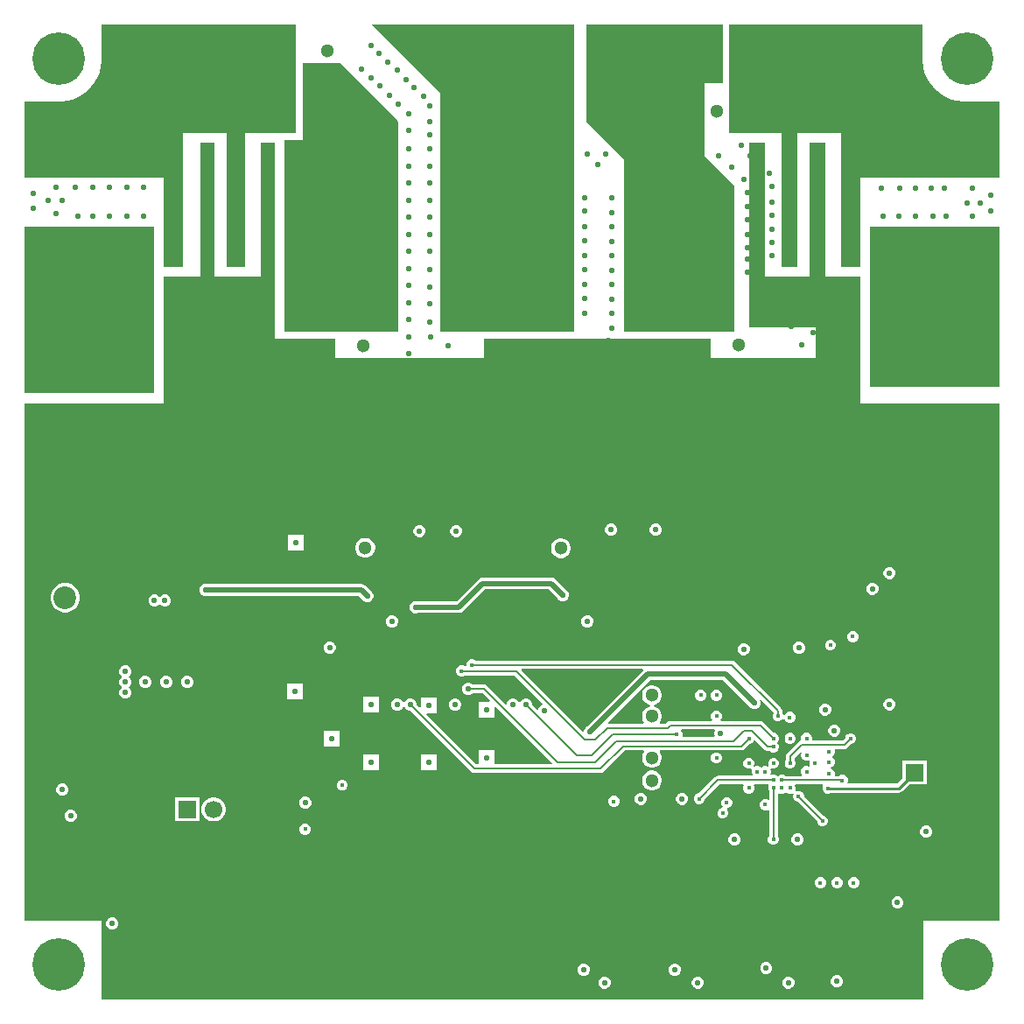
<source format=gbl>
G04*
G04 #@! TF.GenerationSoftware,Altium Limited,Altium Designer,22.0.2 (36)*
G04*
G04 Layer_Physical_Order=6*
G04 Layer_Color=16711680*
%FSLAX25Y25*%
%MOIN*%
G70*
G04*
G04 #@! TF.SameCoordinates,8DF314AF-FFA0-4F09-AA67-4057F65CF364*
G04*
G04*
G04 #@! TF.FilePolarity,Positive*
G04*
G01*
G75*
%ADD14C,0.01000*%
%ADD91C,0.00700*%
%ADD92C,0.02000*%
%ADD94C,0.05118*%
%ADD95C,0.06693*%
%ADD96R,0.06693X0.06693*%
%ADD97R,0.06693X0.06693*%
%ADD98C,0.08661*%
%ADD99C,0.11811*%
%ADD100C,0.20000*%
%ADD101C,0.02165*%
%ADD102C,0.01772*%
G36*
X1258500Y1026000D02*
X1258535Y1024921D01*
X1258817Y1022781D01*
X1259376Y1020696D01*
X1260202Y1018702D01*
X1261281Y1016833D01*
X1262595Y1015121D01*
X1264121Y1013595D01*
X1265833Y1012281D01*
X1267702Y1011202D01*
X1269696Y1010376D01*
X1271781Y1009817D01*
X1273921Y1009535D01*
X1275000Y1009500D01*
X1288000D01*
Y980500D01*
X1235000D01*
Y946500D01*
X1227500D01*
Y997500D01*
X1211000D01*
Y946500D01*
X1205000D01*
Y997500D01*
X1185000D01*
Y1039000D01*
X1258500D01*
Y1026000D01*
D02*
G37*
G36*
X1019937Y997500D02*
X1000500D01*
Y946500D01*
X993500D01*
Y997500D01*
X977000D01*
Y946500D01*
X969500D01*
Y980500D01*
X916500D01*
Y1009500D01*
X929500D01*
X930579Y1009535D01*
X932719Y1009817D01*
X934804Y1010376D01*
X936798Y1011202D01*
X938667Y1012281D01*
X940379Y1013595D01*
X941905Y1015121D01*
X943219Y1016833D01*
X944298Y1018702D01*
X945124Y1020696D01*
X945683Y1022781D01*
X945965Y1024921D01*
X946000Y1026000D01*
X946000Y1039000D01*
X1019937D01*
Y997500D01*
D02*
G37*
G36*
X1221500Y943000D02*
X1235000D01*
Y894500D01*
X1288000D01*
Y853000D01*
Y697500D01*
X1259000D01*
Y667500D01*
X946000D01*
Y697500D01*
X916500D01*
Y853000D01*
Y894500D01*
X969500D01*
Y943000D01*
X983500D01*
Y994000D01*
X989000D01*
Y943000D01*
X1006500D01*
Y994000D01*
X1012000D01*
Y919366D01*
X1034846D01*
Y912000D01*
X1091500D01*
Y919266D01*
X1177721D01*
X1177721Y919265D01*
Y912000D01*
X1218000D01*
Y923500D01*
X1192500D01*
Y994000D01*
X1198500D01*
Y943000D01*
X1215500D01*
Y994000D01*
X1221500D01*
Y943000D01*
D02*
G37*
G36*
X1182500Y1016500D02*
X1175500D01*
X1175500Y989000D01*
X1187012Y977488D01*
X1186980Y922000D01*
X1145000D01*
Y987500D01*
X1130500Y1002000D01*
Y1016500D01*
Y1039000D01*
X1182500D01*
Y1016500D01*
D02*
G37*
G36*
X1126000Y922000D02*
X1075000D01*
Y1013000D01*
X1049000Y1039000D01*
X1126000D01*
Y922000D01*
D02*
G37*
G36*
X1058983Y1002017D02*
X1059010Y922000D01*
X1015500D01*
Y995000D01*
X1022500D01*
Y1024203D01*
X1036797D01*
X1058983Y1002017D01*
D02*
G37*
G36*
X1288000Y901000D02*
X1238500D01*
Y962000D01*
X1288000D01*
Y901000D01*
D02*
G37*
G36*
X966000Y898500D02*
X916500D01*
Y962000D01*
X966000D01*
Y898500D01*
D02*
G37*
%LPC*%
G36*
X1157457Y848795D02*
X1156543D01*
X1155700Y848446D01*
X1155054Y847800D01*
X1154705Y846957D01*
Y846043D01*
X1155054Y845200D01*
X1155700Y844554D01*
X1156543Y844205D01*
X1157457D01*
X1158300Y844554D01*
X1158946Y845200D01*
X1159295Y846043D01*
Y846957D01*
X1158946Y847800D01*
X1158300Y848446D01*
X1157457Y848795D01*
D02*
G37*
G36*
X1140457D02*
X1139543D01*
X1138700Y848446D01*
X1138054Y847800D01*
X1137705Y846957D01*
Y846043D01*
X1138054Y845200D01*
X1138700Y844554D01*
X1139543Y844205D01*
X1140457D01*
X1141300Y844554D01*
X1141946Y845200D01*
X1142295Y846043D01*
Y846957D01*
X1141946Y847800D01*
X1141300Y848446D01*
X1140457Y848795D01*
D02*
G37*
G36*
X1081457Y848295D02*
X1080543D01*
X1079700Y847946D01*
X1079054Y847300D01*
X1078705Y846457D01*
Y845543D01*
X1079054Y844700D01*
X1079700Y844054D01*
X1080543Y843705D01*
X1081457D01*
X1082300Y844054D01*
X1082946Y844700D01*
X1083295Y845543D01*
Y846457D01*
X1082946Y847300D01*
X1082300Y847946D01*
X1081457Y848295D01*
D02*
G37*
G36*
X1067457D02*
X1066543D01*
X1065700Y847946D01*
X1065054Y847300D01*
X1064705Y846457D01*
Y845543D01*
X1065054Y844700D01*
X1065700Y844054D01*
X1066543Y843705D01*
X1067457D01*
X1068300Y844054D01*
X1068946Y844700D01*
X1069295Y845543D01*
Y846457D01*
X1068946Y847300D01*
X1068300Y847946D01*
X1067457Y848295D01*
D02*
G37*
G36*
X1022780Y844469D02*
X1016780D01*
Y838469D01*
X1022780D01*
Y844469D01*
D02*
G37*
G36*
X1046813Y843346D02*
X1045819D01*
X1044860Y843089D01*
X1044000Y842593D01*
X1043298Y841890D01*
X1042801Y841030D01*
X1042544Y840071D01*
Y839078D01*
X1042801Y838119D01*
X1043298Y837259D01*
X1044000Y836556D01*
X1044860Y836060D01*
X1045819Y835803D01*
X1046813D01*
X1047772Y836060D01*
X1048632Y836556D01*
X1049334Y837259D01*
X1049831Y838119D01*
X1050088Y839078D01*
Y840071D01*
X1049831Y841030D01*
X1049334Y841890D01*
X1048632Y842593D01*
X1047772Y843089D01*
X1046813Y843346D01*
D02*
G37*
G36*
X1121357Y843253D02*
X1120364D01*
X1119405Y842996D01*
X1118545Y842500D01*
X1117843Y841797D01*
X1117346Y840937D01*
X1117089Y839978D01*
Y838985D01*
X1117346Y838026D01*
X1117843Y837166D01*
X1118545Y836464D01*
X1119405Y835967D01*
X1120364Y835710D01*
X1121357D01*
X1122317Y835967D01*
X1123177Y836464D01*
X1123879Y837166D01*
X1124376Y838026D01*
X1124632Y838985D01*
Y839978D01*
X1124376Y840937D01*
X1123879Y841797D01*
X1123177Y842500D01*
X1122317Y842996D01*
X1121357Y843253D01*
D02*
G37*
G36*
X1246457Y832295D02*
X1245543D01*
X1244700Y831946D01*
X1244054Y831300D01*
X1243705Y830457D01*
Y829543D01*
X1244054Y828700D01*
X1244700Y828054D01*
X1245543Y827705D01*
X1246457D01*
X1247300Y828054D01*
X1247946Y828700D01*
X1248295Y829543D01*
Y830457D01*
X1247946Y831300D01*
X1247300Y831946D01*
X1246457Y832295D01*
D02*
G37*
G36*
X1239957Y826295D02*
X1239043D01*
X1238200Y825946D01*
X1237554Y825300D01*
X1237205Y824457D01*
Y823543D01*
X1237554Y822700D01*
X1238200Y822054D01*
X1239043Y821705D01*
X1239957D01*
X1240800Y822054D01*
X1241446Y822700D01*
X1241795Y823543D01*
Y824457D01*
X1241446Y825300D01*
X1240800Y825946D01*
X1239957Y826295D01*
D02*
G37*
G36*
X970488Y821764D02*
X969575D01*
X968731Y821414D01*
X968358Y821041D01*
X968032Y820807D01*
X967705Y821041D01*
X967332Y821414D01*
X966488Y821764D01*
X965575D01*
X964731Y821414D01*
X964086Y820769D01*
X963736Y819925D01*
Y819012D01*
X964086Y818168D01*
X964731Y817523D01*
X965575Y817173D01*
X966488D01*
X967332Y817523D01*
X967705Y817896D01*
X968032Y818130D01*
X968358Y817896D01*
X968731Y817523D01*
X969575Y817173D01*
X970488D01*
X971332Y817523D01*
X971977Y818168D01*
X972327Y819012D01*
Y819925D01*
X971977Y820769D01*
X971332Y821414D01*
X970488Y821764D01*
D02*
G37*
G36*
X1117188Y828256D02*
X1091000D01*
X1090137Y828084D01*
X1089405Y827595D01*
X1081066Y819256D01*
X1066051D01*
X1065957Y819295D01*
X1065043D01*
X1064200Y818946D01*
X1063554Y818300D01*
X1063205Y817457D01*
Y816543D01*
X1063554Y815700D01*
X1064200Y815054D01*
X1065043Y814705D01*
X1065957D01*
X1066051Y814744D01*
X1082000D01*
X1082863Y814916D01*
X1083595Y815405D01*
X1091934Y823744D01*
X1116253D01*
X1119614Y820383D01*
X1119653Y820288D01*
X1120299Y819643D01*
X1121142Y819293D01*
X1122056D01*
X1122899Y819643D01*
X1123545Y820288D01*
X1123894Y821132D01*
Y822045D01*
X1123545Y822889D01*
X1122899Y823534D01*
X1122804Y823574D01*
X1118783Y827595D01*
X1118051Y828084D01*
X1117188Y828256D01*
D02*
G37*
G36*
X985957Y825795D02*
X985043D01*
X984200Y825446D01*
X983554Y824800D01*
X983205Y823957D01*
Y823043D01*
X983554Y822200D01*
X984200Y821554D01*
X985043Y821205D01*
X985957D01*
X986051Y821244D01*
X1043895D01*
X1045135Y820004D01*
X1045143Y819985D01*
X1045789Y819339D01*
X1046632Y818990D01*
X1047545D01*
X1048389Y819339D01*
X1049035Y819985D01*
X1049384Y820829D01*
Y821742D01*
X1049035Y822585D01*
X1048389Y823231D01*
X1048218Y823302D01*
X1046424Y825095D01*
X1045693Y825584D01*
X1044829Y825756D01*
X986051D01*
X985957Y825795D01*
D02*
G37*
G36*
X932730Y826104D02*
X931270D01*
X929860Y825726D01*
X928596Y824996D01*
X927564Y823964D01*
X926834Y822700D01*
X926457Y821290D01*
Y819831D01*
X926834Y818421D01*
X927564Y817157D01*
X928596Y816125D01*
X929860Y815395D01*
X931270Y815017D01*
X932730D01*
X934140Y815395D01*
X935404Y816125D01*
X936436Y817157D01*
X937166Y818421D01*
X937543Y819831D01*
Y821290D01*
X937166Y822700D01*
X936436Y823964D01*
X935404Y824996D01*
X934140Y825726D01*
X932730Y826104D01*
D02*
G37*
G36*
X1131434Y813941D02*
X1130521D01*
X1129677Y813592D01*
X1129032Y812946D01*
X1128682Y812103D01*
Y811189D01*
X1129032Y810346D01*
X1129677Y809700D01*
X1130521Y809351D01*
X1131434D01*
X1132278Y809700D01*
X1132924Y810346D01*
X1133273Y811189D01*
Y812103D01*
X1132924Y812946D01*
X1132278Y813592D01*
X1131434Y813941D01*
D02*
G37*
G36*
X1056924Y813941D02*
X1056011D01*
X1055167Y813592D01*
X1054522Y812946D01*
X1054172Y812102D01*
Y811189D01*
X1054522Y810346D01*
X1055167Y809700D01*
X1056011Y809351D01*
X1056924D01*
X1057768Y809700D01*
X1058413Y810346D01*
X1058763Y811189D01*
Y812102D01*
X1058413Y812946D01*
X1057768Y813592D01*
X1056924Y813941D01*
D02*
G37*
G36*
X1232417Y807816D02*
X1231583D01*
X1230811Y807497D01*
X1230221Y806906D01*
X1229902Y806135D01*
Y805300D01*
X1230221Y804529D01*
X1230811Y803939D01*
X1231583Y803619D01*
X1232417D01*
X1233189Y803939D01*
X1233779Y804529D01*
X1234098Y805300D01*
Y806135D01*
X1233779Y806906D01*
X1233189Y807497D01*
X1232417Y807816D01*
D02*
G37*
G36*
X1223917Y804598D02*
X1223083D01*
X1222311Y804279D01*
X1221721Y803689D01*
X1221402Y802917D01*
Y802083D01*
X1221721Y801311D01*
X1222311Y800721D01*
X1223083Y800402D01*
X1223917D01*
X1224689Y800721D01*
X1225279Y801311D01*
X1225598Y802083D01*
Y802917D01*
X1225279Y803689D01*
X1224689Y804279D01*
X1223917Y804598D01*
D02*
G37*
G36*
X1033206Y803880D02*
X1032293D01*
X1031450Y803531D01*
X1030804Y802885D01*
X1030455Y802042D01*
Y801128D01*
X1030804Y800285D01*
X1031450Y799639D01*
X1032293Y799290D01*
X1033206D01*
X1034050Y799639D01*
X1034696Y800285D01*
X1035045Y801128D01*
Y802042D01*
X1034696Y802885D01*
X1034050Y803531D01*
X1033206Y803880D01*
D02*
G37*
G36*
X1211957Y803795D02*
X1211043D01*
X1210200Y803446D01*
X1209554Y802800D01*
X1209205Y801957D01*
Y801043D01*
X1209554Y800200D01*
X1210200Y799554D01*
X1211043Y799205D01*
X1211957D01*
X1212800Y799554D01*
X1213446Y800200D01*
X1213795Y801043D01*
Y801957D01*
X1213446Y802800D01*
X1212800Y803446D01*
X1211957Y803795D01*
D02*
G37*
G36*
X1190957Y803295D02*
X1190043D01*
X1189200Y802946D01*
X1188554Y802300D01*
X1188205Y801457D01*
Y800543D01*
X1188554Y799700D01*
X1189200Y799054D01*
X1190043Y798705D01*
X1190957D01*
X1191800Y799054D01*
X1192446Y799700D01*
X1192795Y800543D01*
Y801457D01*
X1192446Y802300D01*
X1191800Y802946D01*
X1190957Y803295D01*
D02*
G37*
G36*
X1087316Y797098D02*
X1086482D01*
X1085710Y796779D01*
X1085120Y796189D01*
X1084801Y795417D01*
Y794583D01*
X1084751Y794509D01*
X1084189Y794397D01*
X1083417Y794716D01*
X1082583D01*
X1081811Y794397D01*
X1081221Y793807D01*
X1080902Y793035D01*
Y792201D01*
X1081221Y791429D01*
X1081811Y790839D01*
X1082583Y790520D01*
X1083417D01*
X1084189Y790839D01*
X1084374Y791025D01*
X1103222D01*
X1113949Y780298D01*
X1113809Y779731D01*
X1113217Y779486D01*
X1112571Y778841D01*
X1112286Y778152D01*
X1111760Y777971D01*
X1109859Y779873D01*
Y780372D01*
X1109509Y781215D01*
X1108863Y781861D01*
X1108020Y782210D01*
X1107107D01*
X1106263Y781861D01*
X1105617Y781215D01*
X1105320Y780498D01*
X1104806D01*
X1104509Y781215D01*
X1103863Y781861D01*
X1103020Y782210D01*
X1102107D01*
X1101263Y781861D01*
X1100617Y781215D01*
X1100268Y780372D01*
Y780138D01*
X1099806Y779947D01*
X1092658Y787095D01*
X1092141Y787440D01*
X1091532Y787562D01*
X1087184D01*
X1086832Y787914D01*
X1085988Y788264D01*
X1085075D01*
X1084231Y787914D01*
X1083586Y787269D01*
X1083236Y786425D01*
Y785512D01*
X1083586Y784668D01*
X1084231Y784023D01*
X1085075Y783673D01*
X1085988D01*
X1086832Y784023D01*
X1087184Y784375D01*
X1090872D01*
X1093785Y781462D01*
X1093594Y781000D01*
X1089500D01*
Y775000D01*
X1095500D01*
Y779094D01*
X1095962Y779285D01*
X1117692Y757555D01*
X1117500Y757093D01*
X1095500D01*
Y762500D01*
X1089500D01*
Y757093D01*
X1088575D01*
X1069630Y776038D01*
X1069821Y776500D01*
X1073500D01*
Y782500D01*
X1067500D01*
Y778821D01*
X1067038Y778630D01*
X1065795Y779873D01*
Y780372D01*
X1065446Y781215D01*
X1064800Y781861D01*
X1063957Y782210D01*
X1063043D01*
X1062200Y781861D01*
X1061554Y781215D01*
X1061257Y780498D01*
X1060743D01*
X1060446Y781215D01*
X1059800Y781861D01*
X1058957Y782210D01*
X1058043D01*
X1057200Y781861D01*
X1056554Y781215D01*
X1056205Y780372D01*
Y779458D01*
X1056554Y778615D01*
X1057200Y777969D01*
X1058043Y777620D01*
X1058957D01*
X1059800Y777969D01*
X1060446Y778615D01*
X1060743Y779332D01*
X1061257D01*
X1061554Y778615D01*
X1062200Y777969D01*
X1063043Y777620D01*
X1063542D01*
X1086788Y754373D01*
X1087305Y754028D01*
X1087915Y753907D01*
X1136000D01*
X1136610Y754028D01*
X1137127Y754373D01*
X1145160Y762407D01*
X1152357D01*
X1152548Y761945D01*
X1152482Y761879D01*
X1151985Y761019D01*
X1151728Y760059D01*
Y759066D01*
X1151985Y758107D01*
X1152482Y757247D01*
X1153184Y756545D01*
X1154044Y756048D01*
X1155003Y755791D01*
X1155997D01*
X1156956Y756048D01*
X1157816Y756545D01*
X1158518Y757247D01*
X1159015Y758107D01*
X1159272Y759066D01*
Y760059D01*
X1159015Y761019D01*
X1158518Y761879D01*
X1158452Y761945D01*
X1158643Y762407D01*
X1189453D01*
X1190063Y762528D01*
X1190579Y762873D01*
X1192556Y764850D01*
X1192819D01*
X1193590Y765170D01*
X1194180Y765760D01*
X1194356Y766184D01*
X1194946Y766301D01*
X1198574Y762673D01*
X1199091Y762327D01*
X1199701Y762206D01*
X1200476D01*
X1200662Y762020D01*
X1201433Y761701D01*
X1202268D01*
X1203039Y762020D01*
X1203629Y762611D01*
X1203949Y763382D01*
Y764217D01*
X1203629Y764988D01*
X1203243Y765374D01*
X1203629Y765760D01*
X1203949Y766531D01*
Y767366D01*
X1203629Y768138D01*
X1203039Y768728D01*
X1202268Y769047D01*
X1201937D01*
X1197857Y773127D01*
X1197340Y773472D01*
X1196731Y773593D01*
X1181869D01*
X1181662Y774093D01*
X1181829Y774260D01*
X1182148Y775031D01*
Y775866D01*
X1181829Y776637D01*
X1181238Y777227D01*
X1180467Y777547D01*
X1179632D01*
X1178861Y777227D01*
X1178271Y776637D01*
X1177951Y775866D01*
Y775031D01*
X1178271Y774260D01*
X1178437Y774093D01*
X1178230Y773593D01*
X1162500D01*
X1161890Y773472D01*
X1161373Y773127D01*
X1160840Y772593D01*
X1158632D01*
X1158441Y773055D01*
X1158518Y773133D01*
X1159015Y773993D01*
X1159272Y774952D01*
Y775945D01*
X1159015Y776904D01*
X1158518Y777764D01*
X1157816Y778467D01*
X1156956Y778963D01*
X1156178Y779172D01*
Y779689D01*
X1156956Y779898D01*
X1157816Y780394D01*
X1158518Y781096D01*
X1159015Y781956D01*
X1159272Y782916D01*
Y783909D01*
X1159015Y784868D01*
X1158518Y785728D01*
X1157816Y786430D01*
X1156956Y786927D01*
X1155997Y787184D01*
X1155003D01*
X1154044Y786927D01*
X1153184Y786430D01*
X1152482Y785728D01*
X1151985Y784868D01*
X1151728Y783909D01*
Y782916D01*
X1151985Y781956D01*
X1152482Y781096D01*
X1153184Y780394D01*
X1154044Y779898D01*
X1154822Y779689D01*
Y779172D01*
X1154044Y778963D01*
X1153184Y778467D01*
X1152482Y777764D01*
X1151985Y776904D01*
X1151728Y775945D01*
Y774952D01*
X1151985Y773993D01*
X1152482Y773133D01*
X1152559Y773055D01*
X1152368Y772593D01*
X1138991D01*
X1138784Y773093D01*
X1154934Y789244D01*
X1182566D01*
X1192515Y779295D01*
X1192554Y779200D01*
X1193200Y778554D01*
X1194043Y778205D01*
X1194957D01*
X1195800Y778554D01*
X1196446Y779200D01*
X1196795Y780043D01*
Y780957D01*
X1196592Y781448D01*
X1197016Y781731D01*
X1201890Y776857D01*
X1201721Y776689D01*
X1201402Y775917D01*
Y775083D01*
X1201721Y774311D01*
X1202311Y773721D01*
X1203083Y773402D01*
X1203917D01*
X1204689Y773721D01*
X1205279Y774311D01*
X1205402Y774607D01*
X1205783Y774588D01*
X1205917Y774545D01*
X1206221Y773811D01*
X1206811Y773221D01*
X1207583Y772902D01*
X1208417D01*
X1209189Y773221D01*
X1209779Y773811D01*
X1210098Y774583D01*
Y775417D01*
X1209779Y776189D01*
X1209189Y776779D01*
X1208417Y777098D01*
X1207583D01*
X1206811Y776779D01*
X1206221Y776189D01*
X1206098Y775893D01*
X1205717Y775912D01*
X1205583Y775955D01*
X1205279Y776689D01*
X1205093Y776874D01*
Y777500D01*
X1204972Y778110D01*
X1204627Y778627D01*
X1187127Y796127D01*
X1186610Y796472D01*
X1186000Y796593D01*
X1088273D01*
X1088088Y796779D01*
X1087316Y797098D01*
D02*
G37*
G36*
X978957Y790795D02*
X978043D01*
X977200Y790446D01*
X976554Y789800D01*
X976205Y788957D01*
Y788043D01*
X976554Y787200D01*
X977200Y786554D01*
X978043Y786205D01*
X978957D01*
X979800Y786554D01*
X980446Y787200D01*
X980795Y788043D01*
Y788957D01*
X980446Y789800D01*
X979800Y790446D01*
X978957Y790795D01*
D02*
G37*
G36*
X970957D02*
X970043D01*
X969200Y790446D01*
X968554Y789800D01*
X968205Y788957D01*
Y788043D01*
X968554Y787200D01*
X969200Y786554D01*
X970043Y786205D01*
X970957D01*
X971800Y786554D01*
X972446Y787200D01*
X972795Y788043D01*
Y788957D01*
X972446Y789800D01*
X971800Y790446D01*
X970957Y790795D01*
D02*
G37*
G36*
X962957D02*
X962043D01*
X961200Y790446D01*
X960554Y789800D01*
X960205Y788957D01*
Y788043D01*
X960554Y787200D01*
X961200Y786554D01*
X962043Y786205D01*
X962957D01*
X963800Y786554D01*
X964446Y787200D01*
X964795Y788043D01*
Y788957D01*
X964446Y789800D01*
X963800Y790446D01*
X962957Y790795D01*
D02*
G37*
G36*
X955457Y794795D02*
X954543D01*
X953700Y794446D01*
X953054Y793800D01*
X952705Y792957D01*
Y792043D01*
X953054Y791200D01*
X953427Y790827D01*
X953661Y790500D01*
X953427Y790173D01*
X953054Y789800D01*
X952705Y788957D01*
Y788043D01*
X953054Y787200D01*
X953427Y786827D01*
X953661Y786500D01*
X953427Y786173D01*
X953054Y785800D01*
X952705Y784957D01*
Y784043D01*
X953054Y783200D01*
X953700Y782554D01*
X954543Y782205D01*
X955457D01*
X956300Y782554D01*
X956946Y783200D01*
X957295Y784043D01*
Y784957D01*
X956946Y785800D01*
X956573Y786173D01*
X956339Y786500D01*
X956573Y786827D01*
X956946Y787200D01*
X957295Y788043D01*
Y788957D01*
X956946Y789800D01*
X956573Y790173D01*
X956339Y790500D01*
X956573Y790827D01*
X956946Y791200D01*
X957295Y792043D01*
Y792957D01*
X956946Y793800D01*
X956300Y794446D01*
X955457Y794795D01*
D02*
G37*
G36*
X1022679Y787727D02*
X1016679D01*
Y781727D01*
X1022679D01*
Y787727D01*
D02*
G37*
G36*
X1180467Y785511D02*
X1179632D01*
X1178861Y785191D01*
X1178271Y784601D01*
X1177951Y783830D01*
Y782995D01*
X1178271Y782224D01*
X1178861Y781633D01*
X1179632Y781314D01*
X1180467D01*
X1181238Y781633D01*
X1181829Y782224D01*
X1182148Y782995D01*
Y783830D01*
X1181829Y784601D01*
X1181238Y785191D01*
X1180467Y785511D01*
D02*
G37*
G36*
X1174536D02*
X1173701D01*
X1172930Y785191D01*
X1172340Y784601D01*
X1172020Y783830D01*
Y782995D01*
X1172340Y782224D01*
X1172930Y781633D01*
X1173701Y781314D01*
X1174536D01*
X1175307Y781633D01*
X1175898Y782224D01*
X1176217Y782995D01*
Y783830D01*
X1175898Y784601D01*
X1175307Y785191D01*
X1174536Y785511D01*
D02*
G37*
G36*
X1246457Y782295D02*
X1245543D01*
X1244700Y781946D01*
X1244054Y781300D01*
X1243705Y780457D01*
Y779543D01*
X1244054Y778700D01*
X1244700Y778054D01*
X1245543Y777705D01*
X1246457D01*
X1247300Y778054D01*
X1247946Y778700D01*
X1248295Y779543D01*
Y780457D01*
X1247946Y781300D01*
X1247300Y781946D01*
X1246457Y782295D01*
D02*
G37*
G36*
X1080988Y782210D02*
X1080075D01*
X1079231Y781861D01*
X1078586Y781215D01*
X1078236Y780372D01*
Y779458D01*
X1078586Y778615D01*
X1079231Y777969D01*
X1080075Y777620D01*
X1080988D01*
X1081832Y777969D01*
X1082477Y778615D01*
X1082827Y779458D01*
Y780372D01*
X1082477Y781215D01*
X1081832Y781861D01*
X1080988Y782210D01*
D02*
G37*
G36*
X1051500Y783000D02*
X1045500D01*
Y777000D01*
X1051500D01*
Y783000D01*
D02*
G37*
G36*
X1221957Y780295D02*
X1221043D01*
X1220200Y779946D01*
X1219554Y779300D01*
X1219205Y778457D01*
Y777543D01*
X1219554Y776700D01*
X1220200Y776054D01*
X1221043Y775705D01*
X1221957D01*
X1222800Y776054D01*
X1223446Y776700D01*
X1223795Y777543D01*
Y778457D01*
X1223446Y779300D01*
X1222800Y779946D01*
X1221957Y780295D01*
D02*
G37*
G36*
X1225457Y772295D02*
X1224543D01*
X1223700Y771946D01*
X1223054Y771300D01*
X1222705Y770457D01*
Y769543D01*
X1223054Y768700D01*
X1223700Y768054D01*
X1224543Y767705D01*
X1225457D01*
X1226300Y768054D01*
X1226946Y768700D01*
X1227295Y769543D01*
Y770457D01*
X1226946Y771300D01*
X1226300Y771946D01*
X1225457Y772295D01*
D02*
G37*
G36*
X1208567Y769047D02*
X1207732D01*
X1206961Y768728D01*
X1206371Y768138D01*
X1206051Y767366D01*
Y766531D01*
X1206371Y765760D01*
X1206961Y765170D01*
X1207732Y764850D01*
X1208567D01*
X1209338Y765170D01*
X1209929Y765760D01*
X1210248Y766531D01*
Y767366D01*
X1209929Y768138D01*
X1209338Y768728D01*
X1208567Y769047D01*
D02*
G37*
G36*
X1036500Y770000D02*
X1030500D01*
Y764000D01*
X1036500D01*
Y770000D01*
D02*
G37*
G36*
X1180467Y761661D02*
X1179632D01*
X1178861Y761342D01*
X1178271Y760751D01*
X1177951Y759980D01*
Y759145D01*
X1178271Y758374D01*
X1178861Y757784D01*
X1179632Y757465D01*
X1180467D01*
X1181238Y757784D01*
X1181829Y758374D01*
X1182148Y759145D01*
Y759980D01*
X1181829Y760751D01*
X1181238Y761342D01*
X1180467Y761661D01*
D02*
G37*
G36*
X1214866Y769047D02*
X1214031D01*
X1213260Y768728D01*
X1212670Y768138D01*
X1212350Y767366D01*
Y766531D01*
X1212029Y766000D01*
X1211890Y765972D01*
X1211373Y765627D01*
X1207023Y761276D01*
X1206678Y760759D01*
X1206556Y760150D01*
Y758874D01*
X1206371Y758689D01*
X1206051Y757917D01*
Y757083D01*
X1206371Y756311D01*
X1206961Y755721D01*
X1207732Y755402D01*
X1208567D01*
X1209338Y755721D01*
X1209929Y756311D01*
X1210248Y757083D01*
Y757917D01*
X1209929Y758689D01*
X1209743Y758874D01*
Y759490D01*
X1212155Y761902D01*
X1212579Y761619D01*
X1212350Y761067D01*
Y760232D01*
X1212670Y759461D01*
X1213260Y758871D01*
X1214031Y758551D01*
X1214866D01*
X1215295Y758729D01*
X1215678Y758346D01*
X1215500Y757917D01*
Y757083D01*
X1215678Y756654D01*
X1215295Y756271D01*
X1214866Y756449D01*
X1214031D01*
X1213260Y756129D01*
X1212670Y755539D01*
X1212350Y754768D01*
Y753933D01*
X1212670Y753162D01*
X1212676Y753156D01*
X1212485Y752694D01*
X1206475D01*
X1206189Y752980D01*
X1205417Y753299D01*
X1204583D01*
X1203811Y752980D01*
X1203425Y752594D01*
X1203039Y752980D01*
X1202268Y753299D01*
X1201433D01*
X1201004Y753122D01*
X1200622Y753504D01*
X1200799Y753933D01*
Y754768D01*
X1200622Y755197D01*
X1201004Y755579D01*
X1201433Y755402D01*
X1202268D01*
X1203039Y755721D01*
X1203629Y756311D01*
X1203949Y757083D01*
Y757917D01*
X1203629Y758689D01*
X1203039Y759279D01*
X1202268Y759598D01*
X1201433D01*
X1200662Y759279D01*
X1200072Y758689D01*
X1199752Y757917D01*
Y757083D01*
X1199930Y756654D01*
X1199547Y756271D01*
X1199118Y756449D01*
X1198283D01*
X1197512Y756129D01*
X1197126Y755743D01*
X1196740Y756129D01*
X1195969Y756449D01*
X1195134D01*
X1194705Y756271D01*
X1194322Y756654D01*
X1194500Y757083D01*
Y757917D01*
X1194180Y758689D01*
X1193590Y759279D01*
X1192819Y759598D01*
X1191984D01*
X1191213Y759279D01*
X1190623Y758689D01*
X1190303Y757917D01*
Y757083D01*
X1190623Y756311D01*
X1191213Y755721D01*
X1191984Y755402D01*
X1192819D01*
X1193248Y755579D01*
X1193630Y755197D01*
X1193453Y754768D01*
Y753933D01*
X1193717Y753294D01*
X1193487Y752794D01*
X1180701D01*
X1180091Y752673D01*
X1179574Y752327D01*
X1173345Y746098D01*
X1173083D01*
X1172311Y745779D01*
X1171721Y745189D01*
X1171402Y744417D01*
Y743583D01*
X1171721Y742811D01*
X1172311Y742221D01*
X1173083Y741902D01*
X1173917D01*
X1174689Y742221D01*
X1175279Y742811D01*
X1175598Y743583D01*
Y743845D01*
X1181361Y749608D01*
X1190337D01*
X1190568Y749108D01*
X1190303Y748469D01*
Y747634D01*
X1190623Y746863D01*
X1191213Y746272D01*
X1191984Y745953D01*
X1192819D01*
X1193590Y746272D01*
X1194180Y746863D01*
X1194500Y747634D01*
Y748469D01*
X1194235Y749108D01*
X1194466Y749608D01*
X1199786D01*
X1200017Y749108D01*
X1199752Y748469D01*
Y747634D01*
X1200072Y746863D01*
X1200257Y746677D01*
Y743817D01*
X1199757Y743586D01*
X1199118Y743850D01*
X1198283D01*
X1197512Y743531D01*
X1196922Y742941D01*
X1196602Y742169D01*
Y741335D01*
X1196922Y740563D01*
X1197512Y739973D01*
X1198283Y739653D01*
X1199118D01*
X1199757Y739918D01*
X1200257Y739687D01*
Y729933D01*
X1200013Y729689D01*
X1199693Y728917D01*
Y728083D01*
X1200013Y727311D01*
X1200603Y726721D01*
X1201375Y726402D01*
X1202209D01*
X1202981Y726721D01*
X1203571Y727311D01*
X1203890Y728083D01*
Y728917D01*
X1203571Y729689D01*
X1203444Y729816D01*
Y745987D01*
X1203944Y746217D01*
X1204583Y745953D01*
X1205417D01*
X1206189Y746272D01*
X1206575Y746658D01*
X1206961Y746272D01*
X1207732Y745953D01*
X1208567D01*
X1208996Y746130D01*
X1209378Y745748D01*
X1209201Y745319D01*
Y744484D01*
X1209520Y743713D01*
X1210111Y743123D01*
X1210882Y742803D01*
X1211044D01*
X1218402Y735446D01*
Y735083D01*
X1218721Y734311D01*
X1219311Y733721D01*
X1220083Y733402D01*
X1220917D01*
X1221689Y733721D01*
X1222279Y734311D01*
X1222598Y735083D01*
Y735917D01*
X1222279Y736689D01*
X1221689Y737279D01*
X1220917Y737598D01*
X1220755D01*
X1213398Y744956D01*
Y745319D01*
X1213078Y746090D01*
X1212488Y746680D01*
X1211717Y747000D01*
X1210882D01*
X1210453Y746822D01*
X1210071Y747205D01*
X1210248Y747634D01*
Y748469D01*
X1210025Y749007D01*
X1210314Y749507D01*
X1220386D01*
X1220646Y749007D01*
X1220402Y748417D01*
Y747583D01*
X1220721Y746811D01*
X1221311Y746221D01*
X1222083Y745902D01*
X1222917D01*
X1223689Y746221D01*
X1223722Y746254D01*
X1249500D01*
X1250168Y746387D01*
X1250735Y746765D01*
X1253410Y749441D01*
X1260059D01*
Y758559D01*
X1250941D01*
Y751910D01*
X1248777Y749746D01*
X1230293D01*
X1229959Y750246D01*
X1230098Y750583D01*
Y751417D01*
X1229779Y752189D01*
X1229189Y752779D01*
X1228417Y753098D01*
X1227583D01*
X1226811Y752779D01*
X1226726Y752694D01*
X1225358D01*
X1225098Y753083D01*
Y753917D01*
X1224779Y754689D01*
X1224189Y755279D01*
X1223705Y755479D01*
Y756021D01*
X1224189Y756221D01*
X1224779Y756811D01*
X1225098Y757583D01*
Y758417D01*
X1224779Y759189D01*
X1224259Y759709D01*
X1224219Y760000D01*
X1224259Y760291D01*
X1224779Y760811D01*
X1225098Y761583D01*
Y762417D01*
X1225068Y762491D01*
X1225346Y762907D01*
X1228739D01*
X1229349Y763028D01*
X1229866Y763373D01*
X1231305Y764812D01*
X1231567D01*
X1232339Y765132D01*
X1232929Y765722D01*
X1233249Y766493D01*
Y767328D01*
X1232929Y768099D01*
X1232339Y768690D01*
X1231567Y769009D01*
X1230733D01*
X1229961Y768690D01*
X1229371Y768099D01*
X1229052Y767328D01*
Y767065D01*
X1228079Y766093D01*
X1216816D01*
X1216538Y766509D01*
X1216547Y766531D01*
Y767366D01*
X1216228Y768138D01*
X1215637Y768728D01*
X1214866Y769047D01*
D02*
G37*
G36*
X1073500Y761000D02*
X1067500D01*
Y755000D01*
X1073500D01*
Y761000D01*
D02*
G37*
G36*
X1051500D02*
X1045500D01*
Y755000D01*
X1051500D01*
Y761000D01*
D02*
G37*
G36*
X1155997Y754772D02*
X1155003D01*
X1154044Y754515D01*
X1153184Y754018D01*
X1152482Y753316D01*
X1151985Y752456D01*
X1151728Y751497D01*
Y750503D01*
X1151985Y749544D01*
X1152482Y748684D01*
X1153184Y747982D01*
X1154044Y747485D01*
X1155003Y747228D01*
X1155997D01*
X1156956Y747485D01*
X1157816Y747982D01*
X1158518Y748684D01*
X1159015Y749544D01*
X1159272Y750503D01*
Y751497D01*
X1159015Y752456D01*
X1158518Y753316D01*
X1157816Y754018D01*
X1156956Y754515D01*
X1155997Y754772D01*
D02*
G37*
G36*
X1037942Y751273D02*
X1037107D01*
X1036336Y750953D01*
X1035746Y750363D01*
X1035427Y749592D01*
Y748757D01*
X1035746Y747986D01*
X1036336Y747396D01*
X1037107Y747076D01*
X1037942D01*
X1038714Y747396D01*
X1039304Y747986D01*
X1039623Y748757D01*
Y749592D01*
X1039304Y750363D01*
X1038714Y750953D01*
X1037942Y751273D01*
D02*
G37*
G36*
X931457Y749795D02*
X930543D01*
X929700Y749446D01*
X929054Y748800D01*
X928705Y747957D01*
Y747043D01*
X929054Y746200D01*
X929700Y745554D01*
X930543Y745205D01*
X931457D01*
X932300Y745554D01*
X932946Y746200D01*
X933295Y747043D01*
Y747957D01*
X932946Y748800D01*
X932300Y749446D01*
X931457Y749795D01*
D02*
G37*
G36*
X1167457Y746295D02*
X1166543D01*
X1165700Y745946D01*
X1165054Y745300D01*
X1164705Y744457D01*
Y743543D01*
X1165054Y742700D01*
X1165700Y742054D01*
X1166543Y741705D01*
X1167457D01*
X1168300Y742054D01*
X1168946Y742700D01*
X1169295Y743543D01*
Y744457D01*
X1168946Y745300D01*
X1168300Y745946D01*
X1167457Y746295D01*
D02*
G37*
G36*
X1151711D02*
X1150798D01*
X1149954Y745946D01*
X1149309Y745300D01*
X1148959Y744457D01*
Y743543D01*
X1149309Y742700D01*
X1149954Y742054D01*
X1150798Y741705D01*
X1151711D01*
X1152555Y742054D01*
X1153200Y742700D01*
X1153550Y743543D01*
Y744457D01*
X1153200Y745300D01*
X1152555Y745946D01*
X1151711Y746295D01*
D02*
G37*
G36*
X1141417Y745098D02*
X1140583D01*
X1139811Y744779D01*
X1139221Y744189D01*
X1138902Y743417D01*
Y742583D01*
X1139221Y741811D01*
X1139811Y741221D01*
X1140583Y740902D01*
X1141417D01*
X1142189Y741221D01*
X1142779Y741811D01*
X1143098Y742583D01*
Y743417D01*
X1142779Y744189D01*
X1142189Y744779D01*
X1141417Y745098D01*
D02*
G37*
G36*
X1023872Y744739D02*
X1022958D01*
X1022115Y744389D01*
X1021469Y743744D01*
X1021120Y742900D01*
Y741987D01*
X1021469Y741143D01*
X1022115Y740497D01*
X1022958Y740148D01*
X1023872D01*
X1024715Y740497D01*
X1025361Y741143D01*
X1025710Y741987D01*
Y742900D01*
X1025361Y743744D01*
X1024715Y744389D01*
X1023872Y744739D01*
D02*
G37*
G36*
X1184417Y744598D02*
X1183583D01*
X1182811Y744279D01*
X1182221Y743689D01*
X1181902Y742917D01*
Y742083D01*
X1182221Y741311D01*
X1182434Y741098D01*
X1182227Y740598D01*
X1182083D01*
X1181311Y740279D01*
X1180721Y739689D01*
X1180402Y738917D01*
Y738083D01*
X1180721Y737311D01*
X1181311Y736721D01*
X1182083Y736402D01*
X1182917D01*
X1183689Y736721D01*
X1184279Y737311D01*
X1184598Y738083D01*
Y738917D01*
X1184279Y739689D01*
X1184066Y739902D01*
X1184273Y740402D01*
X1184417D01*
X1185189Y740721D01*
X1185779Y741311D01*
X1186098Y742083D01*
Y742917D01*
X1185779Y743689D01*
X1185189Y744279D01*
X1184417Y744598D01*
D02*
G37*
G36*
X989187Y744502D02*
X987987D01*
X986827Y744192D01*
X985787Y743591D01*
X984939Y742743D01*
X984338Y741703D01*
X984028Y740544D01*
Y739343D01*
X984338Y738184D01*
X984939Y737144D01*
X985787Y736295D01*
X986827Y735695D01*
X987987Y735384D01*
X989187D01*
X990347Y735695D01*
X991386Y736295D01*
X992235Y737144D01*
X992835Y738184D01*
X993146Y739343D01*
Y740544D01*
X992835Y741703D01*
X992235Y742743D01*
X991386Y743591D01*
X990347Y744192D01*
X989187Y744502D01*
D02*
G37*
G36*
X983146D02*
X974028D01*
Y735384D01*
X983146D01*
Y744502D01*
D02*
G37*
G36*
X934551Y739778D02*
X933638D01*
X932794Y739428D01*
X932149Y738783D01*
X931799Y737939D01*
Y737026D01*
X932149Y736182D01*
X932794Y735537D01*
X933638Y735187D01*
X934551D01*
X935395Y735537D01*
X936040Y736182D01*
X936390Y737026D01*
Y737939D01*
X936040Y738783D01*
X935395Y739428D01*
X934551Y739778D01*
D02*
G37*
G36*
X1023832Y734542D02*
X1022998D01*
X1022226Y734222D01*
X1021636Y733632D01*
X1021317Y732861D01*
Y732026D01*
X1021636Y731255D01*
X1022226Y730664D01*
X1022998Y730345D01*
X1023832D01*
X1024604Y730664D01*
X1025194Y731255D01*
X1025513Y732026D01*
Y732861D01*
X1025194Y733632D01*
X1024604Y734222D01*
X1023832Y734542D01*
D02*
G37*
G36*
X1260457Y733795D02*
X1259543D01*
X1258700Y733446D01*
X1258054Y732800D01*
X1257705Y731957D01*
Y731043D01*
X1258054Y730200D01*
X1258700Y729554D01*
X1259543Y729205D01*
X1260457D01*
X1261300Y729554D01*
X1261946Y730200D01*
X1262295Y731043D01*
Y731957D01*
X1261946Y732800D01*
X1261300Y733446D01*
X1260457Y733795D01*
D02*
G37*
G36*
X1211457Y730795D02*
X1210543D01*
X1209700Y730446D01*
X1209054Y729800D01*
X1208705Y728957D01*
Y728043D01*
X1209054Y727200D01*
X1209700Y726554D01*
X1210543Y726205D01*
X1211457D01*
X1212300Y726554D01*
X1212946Y727200D01*
X1213295Y728043D01*
Y728957D01*
X1212946Y729800D01*
X1212300Y730446D01*
X1211457Y730795D01*
D02*
G37*
G36*
X1187457D02*
X1186543D01*
X1185700Y730446D01*
X1185054Y729800D01*
X1184705Y728957D01*
Y728043D01*
X1185054Y727200D01*
X1185700Y726554D01*
X1186543Y726205D01*
X1187457D01*
X1188300Y726554D01*
X1188946Y727200D01*
X1189295Y728043D01*
Y728957D01*
X1188946Y729800D01*
X1188300Y730446D01*
X1187457Y730795D01*
D02*
G37*
G36*
X1232717Y714098D02*
X1231883D01*
X1231111Y713779D01*
X1230521Y713189D01*
X1230202Y712417D01*
Y711583D01*
X1230521Y710811D01*
X1231111Y710221D01*
X1231883Y709902D01*
X1232717D01*
X1233489Y710221D01*
X1234079Y710811D01*
X1234398Y711583D01*
Y712417D01*
X1234079Y713189D01*
X1233489Y713779D01*
X1232717Y714098D01*
D02*
G37*
G36*
X1226417D02*
X1225583D01*
X1224811Y713779D01*
X1224221Y713189D01*
X1223902Y712417D01*
Y711583D01*
X1224221Y710811D01*
X1224811Y710221D01*
X1225583Y709902D01*
X1226417D01*
X1227189Y710221D01*
X1227779Y710811D01*
X1228098Y711583D01*
Y712417D01*
X1227779Y713189D01*
X1227189Y713779D01*
X1226417Y714098D01*
D02*
G37*
G36*
X1220117D02*
X1219283D01*
X1218511Y713779D01*
X1217921Y713189D01*
X1217602Y712417D01*
Y711583D01*
X1217921Y710811D01*
X1218511Y710221D01*
X1219283Y709902D01*
X1220117D01*
X1220889Y710221D01*
X1221479Y710811D01*
X1221798Y711583D01*
Y712417D01*
X1221479Y713189D01*
X1220889Y713779D01*
X1220117Y714098D01*
D02*
G37*
G36*
X1249469Y706782D02*
X1248556D01*
X1247713Y706433D01*
X1247067Y705787D01*
X1246717Y704944D01*
Y704031D01*
X1247067Y703187D01*
X1247713Y702541D01*
X1248556Y702192D01*
X1249469D01*
X1250313Y702541D01*
X1250959Y703187D01*
X1251308Y704031D01*
Y704944D01*
X1250959Y705787D01*
X1250313Y706433D01*
X1249469Y706782D01*
D02*
G37*
G36*
X950457Y698795D02*
X949543D01*
X948700Y698446D01*
X948054Y697800D01*
X947705Y696957D01*
Y696043D01*
X948054Y695200D01*
X948700Y694554D01*
X949543Y694205D01*
X950457D01*
X951300Y694554D01*
X951946Y695200D01*
X952295Y696043D01*
Y696957D01*
X951946Y697800D01*
X951300Y698446D01*
X950457Y698795D01*
D02*
G37*
G36*
X1199464Y681752D02*
X1198551D01*
X1197707Y681402D01*
X1197061Y680757D01*
X1196712Y679913D01*
Y679000D01*
X1197061Y678157D01*
X1197707Y677511D01*
X1198551Y677161D01*
X1199464D01*
X1200307Y677511D01*
X1200953Y678157D01*
X1201302Y679000D01*
Y679913D01*
X1200953Y680757D01*
X1200307Y681402D01*
X1199464Y681752D01*
D02*
G37*
G36*
X1164680Y681267D02*
X1163766D01*
X1162923Y680918D01*
X1162277Y680272D01*
X1161928Y679428D01*
Y678515D01*
X1162277Y677671D01*
X1162923Y677026D01*
X1163766Y676676D01*
X1164680D01*
X1165523Y677026D01*
X1166169Y677671D01*
X1166518Y678515D01*
Y679428D01*
X1166169Y680272D01*
X1165523Y680918D01*
X1164680Y681267D01*
D02*
G37*
G36*
X1129895D02*
X1128982D01*
X1128139Y680918D01*
X1127493Y680272D01*
X1127144Y679428D01*
Y678515D01*
X1127493Y677671D01*
X1128139Y677026D01*
X1128982Y676676D01*
X1129895D01*
X1130739Y677026D01*
X1131385Y677671D01*
X1131734Y678515D01*
Y679428D01*
X1131385Y680272D01*
X1130739Y680918D01*
X1129895Y681267D01*
D02*
G37*
G36*
X1226457Y676795D02*
X1225543D01*
X1224700Y676446D01*
X1224054Y675800D01*
X1223705Y674957D01*
Y674043D01*
X1224054Y673200D01*
X1224700Y672554D01*
X1225543Y672205D01*
X1226457D01*
X1227300Y672554D01*
X1227946Y673200D01*
X1228295Y674043D01*
Y674957D01*
X1227946Y675800D01*
X1227300Y676446D01*
X1226457Y676795D01*
D02*
G37*
G36*
X1207957Y676295D02*
X1207043D01*
X1206200Y675946D01*
X1205554Y675300D01*
X1205205Y674457D01*
Y673543D01*
X1205554Y672700D01*
X1206200Y672054D01*
X1207043Y671705D01*
X1207957D01*
X1208800Y672054D01*
X1209446Y672700D01*
X1209795Y673543D01*
Y674457D01*
X1209446Y675300D01*
X1208800Y675946D01*
X1207957Y676295D01*
D02*
G37*
G36*
X1173457D02*
X1172543D01*
X1171700Y675946D01*
X1171054Y675300D01*
X1170705Y674457D01*
Y673543D01*
X1171054Y672700D01*
X1171700Y672054D01*
X1172543Y671705D01*
X1173457D01*
X1174300Y672054D01*
X1174946Y672700D01*
X1175295Y673543D01*
Y674457D01*
X1174946Y675300D01*
X1174300Y675946D01*
X1173457Y676295D01*
D02*
G37*
G36*
X1137957D02*
X1137043D01*
X1136200Y675946D01*
X1135554Y675300D01*
X1135205Y674457D01*
Y673543D01*
X1135554Y672700D01*
X1136200Y672054D01*
X1137043Y671705D01*
X1137957D01*
X1138800Y672054D01*
X1139446Y672700D01*
X1139795Y673543D01*
Y674457D01*
X1139446Y675300D01*
X1138800Y675946D01*
X1137957Y676295D01*
D02*
G37*
%LPD*%
G36*
X1152216Y792907D02*
X1130795Y771485D01*
X1130700Y771446D01*
X1130054Y770800D01*
X1129705Y769957D01*
Y769702D01*
X1129243Y769510D01*
X1105808Y792945D01*
X1106000Y793407D01*
X1152009D01*
X1152216Y792907D01*
D02*
G37*
G36*
X1179391Y769907D02*
X1179205Y769457D01*
Y768543D01*
X1179391Y768093D01*
X1179057Y767593D01*
X1167346D01*
X1167068Y768009D01*
X1167098Y768083D01*
Y768917D01*
X1166779Y769689D01*
X1166561Y769907D01*
X1166768Y770407D01*
X1179057D01*
X1179391Y769907D01*
D02*
G37*
D14*
X1249500Y748000D02*
X1255500Y754000D01*
X1222500Y748000D02*
X1249500D01*
D91*
X1085532Y785968D02*
X1091532D01*
X1119500Y758000D02*
X1134000D01*
X1091532Y785968D02*
X1119500Y758000D01*
X1103882Y792618D02*
X1130000Y766500D01*
X1134000D02*
X1138500Y771000D01*
X1130000Y766500D02*
X1134000D01*
X1083000Y792618D02*
X1103882D01*
X1107563Y779915D02*
X1126978Y760500D01*
X1132500D01*
X1203500Y775500D02*
Y777500D01*
X1086899Y795000D02*
X1186000D01*
X1203500Y777500D01*
X1196731Y772000D02*
X1201816Y766915D01*
X1162500Y772000D02*
X1196731D01*
X1161500Y771000D02*
X1162500Y772000D01*
X1138500Y771000D02*
X1161500D01*
X1136000Y755500D02*
X1144500Y764000D01*
X1189453D02*
X1192402Y766949D01*
X1144500Y764000D02*
X1189453D01*
X1142000Y766000D02*
X1186500D01*
X1134000Y758000D02*
X1142000Y766000D01*
X1186500D02*
X1190500Y770000D01*
X1132500Y760500D02*
X1140500Y768500D01*
X1165000D01*
X1193500Y770000D02*
X1199701Y763799D01*
X1201850D01*
X1190500Y770000D02*
X1193500D01*
X1201816Y766915D02*
X1201850Y766949D01*
X1063500Y779915D02*
X1087915Y755500D01*
X1136000D01*
X1228739Y764500D02*
X1231150Y766911D01*
X1208150Y760150D02*
X1212500Y764500D01*
X1228739D01*
X1173443Y743943D02*
X1180701Y751201D01*
X1201850D01*
Y728155D02*
Y748051D01*
X1208150Y757500D02*
Y760150D01*
X1211299Y744801D02*
X1220500Y735600D01*
X1211299Y744801D02*
Y744902D01*
X1220500Y735500D02*
Y735600D01*
X1227900Y751100D02*
X1228000Y751000D01*
X1205100Y751100D02*
X1227900D01*
X1205000Y751201D02*
X1205100Y751100D01*
D92*
X1047044Y821285D02*
X1047089D01*
X1044829Y823500D02*
X1047044Y821285D01*
X985500Y823500D02*
X1044829D01*
X1091000Y826000D02*
X1117188D01*
X1082000Y817000D02*
X1091000Y826000D01*
X1117188D02*
X1121599Y821589D01*
X1065500Y817000D02*
X1082000D01*
X1132000Y769500D02*
X1154000Y791500D01*
X1183500D01*
X1194500Y780500D01*
D94*
X972500Y1029500D02*
D03*
X1239000Y1030000D02*
D03*
X953000Y942500D02*
D03*
X1068500Y729000D02*
D03*
X1095000Y882500D02*
D03*
X1182000Y840500D02*
D03*
X1155500Y751000D02*
D03*
Y759563D02*
D03*
Y775449D02*
D03*
Y783412D02*
D03*
X1120861Y839482D02*
D03*
X1046316Y839574D02*
D03*
X1045500Y916500D02*
D03*
X1188500Y917000D02*
D03*
X1253000Y950000D02*
D03*
X1180177Y1005800D02*
D03*
X1031740Y1028879D02*
D03*
D95*
X1255500Y764000D02*
D03*
X988587Y739943D02*
D03*
D96*
X1255500Y754000D02*
D03*
D97*
X978587Y739943D02*
D03*
D98*
X932000Y800561D02*
D03*
Y820561D02*
D03*
Y906500D02*
D03*
Y926500D02*
D03*
X1272500Y929000D02*
D03*
Y909000D02*
D03*
X932000Y866500D02*
D03*
Y886500D02*
D03*
X1272500Y889000D02*
D03*
Y869000D02*
D03*
D99*
X1094000Y985500D02*
D03*
X1035000D02*
D03*
Y973500D02*
D03*
X1094000D02*
D03*
D100*
X1275500Y1026000D02*
D03*
X929500D02*
D03*
Y681000D02*
D03*
X1275500D02*
D03*
D101*
X1246000Y840000D02*
D03*
X1015500Y760500D02*
D03*
X1234500Y761500D02*
D03*
X995500Y829500D02*
D03*
Y844000D02*
D03*
X1005500Y843500D02*
D03*
Y829500D02*
D03*
X1113000Y846500D02*
D03*
X1113500Y835000D02*
D03*
X1097500Y836500D02*
D03*
X1098500Y845500D02*
D03*
X1148000Y844500D02*
D03*
X1148500Y832000D02*
D03*
X1212500Y823000D02*
D03*
X1222500Y837000D02*
D03*
X1194500Y836500D02*
D03*
X1207000Y846000D02*
D03*
X1233000Y839500D02*
D03*
X1273500Y843000D02*
D03*
X1271500Y831000D02*
D03*
X1275000Y817500D02*
D03*
X1274000Y804000D02*
D03*
X1275500Y789000D02*
D03*
X1276500Y773500D02*
D03*
X1275500Y733500D02*
D03*
X1276500Y755500D02*
D03*
X1245000Y731500D02*
D03*
X1254500Y723000D02*
D03*
X1242500Y719000D02*
D03*
X1245500Y686500D02*
D03*
X1240000Y701000D02*
D03*
X1211500Y697000D02*
D03*
X1190500Y713500D02*
D03*
X1156000Y714500D02*
D03*
X1174000Y713000D02*
D03*
X1180000Y697000D02*
D03*
X1163500Y696500D02*
D03*
X1147000Y697500D02*
D03*
X1124000Y697000D02*
D03*
X1138000Y714500D02*
D03*
X1119000Y715500D02*
D03*
X1105500Y714000D02*
D03*
X1078000Y730000D02*
D03*
X1060000Y707000D02*
D03*
X1068000Y717500D02*
D03*
X1046000Y723000D02*
D03*
X1047500Y707500D02*
D03*
X1026500Y705500D02*
D03*
X1027500Y719000D02*
D03*
X1008500Y719500D02*
D03*
X1006000Y706500D02*
D03*
X1099500Y697500D02*
D03*
X1098500Y676000D02*
D03*
X1085000Y688500D02*
D03*
X1081000Y674500D02*
D03*
X1066500Y681000D02*
D03*
X1054500Y675000D02*
D03*
X1044000Y681500D02*
D03*
X1029000Y676000D02*
D03*
X1016000Y681000D02*
D03*
X1004000Y677500D02*
D03*
X990500Y680000D02*
D03*
X992000Y702000D02*
D03*
Y711000D02*
D03*
X993000Y721500D02*
D03*
X974500D02*
D03*
X963000Y720000D02*
D03*
X951000Y706000D02*
D03*
X947000Y715000D02*
D03*
X953000Y723500D02*
D03*
X946000Y727500D02*
D03*
X1025000Y763500D02*
D03*
X1002500Y763000D02*
D03*
X994000Y759500D02*
D03*
X981000Y760500D02*
D03*
X969500D02*
D03*
X958000D02*
D03*
X948000Y763500D02*
D03*
X986500Y771000D02*
D03*
X978000Y770500D02*
D03*
X967000D02*
D03*
X956000D02*
D03*
X948500Y775000D02*
D03*
X944000Y782000D02*
D03*
X971500Y810500D02*
D03*
X985500Y823500D02*
D03*
X1194500Y793500D02*
D03*
X1175000Y769500D02*
D03*
X1181500Y769000D02*
D03*
X1190500Y801000D02*
D03*
X1187500Y803000D02*
D03*
X1211500Y801500D02*
D03*
X1239500Y824000D02*
D03*
Y812327D02*
D03*
X1205500Y802000D02*
D03*
X1199500Y788500D02*
D03*
X1221500Y778000D02*
D03*
X1219000Y788500D02*
D03*
X1225000Y770000D02*
D03*
X1211000Y728500D02*
D03*
X1187000D02*
D03*
X1207903Y724219D02*
D03*
X1195893Y724208D02*
D03*
X1167000Y744000D02*
D03*
X1151254D02*
D03*
X978071Y779501D02*
D03*
X1065500Y817000D02*
D03*
X1121599Y821589D02*
D03*
X1047089Y821285D02*
D03*
X1023415Y737443D02*
D03*
Y742443D02*
D03*
X963000Y751000D02*
D03*
Y728500D02*
D03*
X1246000Y780000D02*
D03*
X1284900Y754823D02*
D03*
X1260000Y731500D02*
D03*
X1277000Y711000D02*
D03*
X1249013Y704487D02*
D03*
X1226000Y674500D02*
D03*
X1207500Y674000D02*
D03*
X1137500D02*
D03*
X1173000D02*
D03*
X1181291Y678972D02*
D03*
X1146507Y678972D02*
D03*
X1111722D02*
D03*
X949579Y686579D02*
D03*
X950000Y696500D02*
D03*
X1011000Y841500D02*
D03*
X1025578Y847923D02*
D03*
X1034500Y810000D02*
D03*
X1032750Y801585D02*
D03*
X1049000Y750000D02*
D03*
X1071500D02*
D03*
X1093180Y750180D02*
D03*
X1123158Y777572D02*
D03*
X1121000Y750500D02*
D03*
X1102563Y779915D02*
D03*
X1080532Y779915D02*
D03*
X1058500D02*
D03*
X1025578Y779500D02*
D03*
X1014017D02*
D03*
X1002000Y804000D02*
D03*
X955000Y784500D02*
D03*
Y792500D02*
D03*
X978500Y788500D02*
D03*
X970500D02*
D03*
X962500D02*
D03*
X955000D02*
D03*
X1246000Y830000D02*
D03*
X1114517Y777540D02*
D03*
X970032Y819468D02*
D03*
X966032D02*
D03*
X1132000Y769500D02*
D03*
X1107563Y779915D02*
D03*
X1085532Y785968D02*
D03*
X1063500Y779915D02*
D03*
X1019780Y841469D02*
D03*
X1019679Y784727D02*
D03*
X1092500Y759500D02*
D03*
Y778000D02*
D03*
X1070500Y758000D02*
D03*
Y779500D02*
D03*
X1033500Y767000D02*
D03*
X1048500Y758000D02*
D03*
Y780000D02*
D03*
X1199007Y679457D02*
D03*
X1164223Y678972D02*
D03*
X1129439D02*
D03*
X1194500Y780500D02*
D03*
X934095Y737482D02*
D03*
X931000Y747500D02*
D03*
X958708Y739943D02*
D03*
X1173660Y803573D02*
D03*
Y818972D02*
D03*
X1099150Y803573D02*
D03*
Y818972D02*
D03*
X1158510Y812000D02*
D03*
X1084000Y812000D02*
D03*
X1130978Y823534D02*
D03*
X1056468Y823231D02*
D03*
X1067000Y846000D02*
D03*
X1081000D02*
D03*
X1157000Y846500D02*
D03*
X1140000D02*
D03*
X1130978Y811646D02*
D03*
X1152000Y854500D02*
D03*
X1134000Y855000D02*
D03*
X1162000Y854500D02*
D03*
Y858500D02*
D03*
X1144500Y854500D02*
D03*
X1056468Y811646D02*
D03*
X1056500Y857000D02*
D03*
X1051500Y861000D02*
D03*
Y868000D02*
D03*
X1045500Y867500D02*
D03*
X1038500Y861000D02*
D03*
X1058500Y909000D02*
D03*
X1058000Y902500D02*
D03*
Y895500D02*
D03*
Y889000D02*
D03*
X1057500Y882000D02*
D03*
Y875000D02*
D03*
X1058000Y868000D02*
D03*
X1040500Y908500D02*
D03*
Y903000D02*
D03*
Y895500D02*
D03*
Y889000D02*
D03*
Y882000D02*
D03*
Y875000D02*
D03*
X1113000Y856500D02*
D03*
X1117000Y860000D02*
D03*
X1168216Y895216D02*
D03*
X1164439Y891439D02*
D03*
X1160662Y887662D02*
D03*
X1149331Y876331D02*
D03*
X1134223Y861223D02*
D03*
X1153108Y880108D02*
D03*
X1141777Y868777D02*
D03*
X1138000Y865000D02*
D03*
X1156885Y883885D02*
D03*
X1145554Y872554D02*
D03*
X1157000Y898500D02*
D03*
X1149500Y892000D02*
D03*
X1143000Y884500D02*
D03*
X1136000Y877000D02*
D03*
X1129000Y870000D02*
D03*
X1121000Y862500D02*
D03*
X1167000Y902500D02*
D03*
Y910000D02*
D03*
X1123500Y868000D02*
D03*
Y875000D02*
D03*
X1130500Y882000D02*
D03*
X1144500Y889000D02*
D03*
X1137500D02*
D03*
X1144500Y896000D02*
D03*
X1151500Y903000D02*
D03*
X1158500Y910000D02*
D03*
Y903000D02*
D03*
X1122500Y918000D02*
D03*
X1071000Y1002000D02*
D03*
X1140161Y934305D02*
D03*
Y939805D02*
D03*
Y928805D02*
D03*
Y956305D02*
D03*
Y945305D02*
D03*
Y950805D02*
D03*
Y967305D02*
D03*
Y972805D02*
D03*
Y923305D02*
D03*
Y961805D02*
D03*
X1129831Y956479D02*
D03*
Y967979D02*
D03*
Y945479D02*
D03*
Y950979D02*
D03*
Y961979D02*
D03*
Y939979D02*
D03*
Y934479D02*
D03*
Y972979D02*
D03*
X1129794Y929010D02*
D03*
X1206437Y903020D02*
D03*
X1213937Y910520D02*
D03*
X1183775Y880358D02*
D03*
X1187552Y884135D02*
D03*
X1176221Y872804D02*
D03*
X1179998Y876581D02*
D03*
X1210214Y906797D02*
D03*
X1191329Y887912D02*
D03*
X1168667Y865250D02*
D03*
X1164890Y861473D02*
D03*
X1202660Y899243D02*
D03*
X1195106Y891689D02*
D03*
X1172444Y869027D02*
D03*
X1198883Y895466D02*
D03*
X1184961Y910324D02*
D03*
X1177407Y902770D02*
D03*
X1173630Y898993D02*
D03*
X1181184Y906547D02*
D03*
X1208500Y924000D02*
D03*
X1208156Y938348D02*
D03*
Y931347D02*
D03*
X1201089Y966307D02*
D03*
Y960807D02*
D03*
Y950807D02*
D03*
Y971307D02*
D03*
Y955807D02*
D03*
X1201089Y977139D02*
D03*
X1200091Y982341D02*
D03*
X1196517Y985888D02*
D03*
X1189500Y993000D02*
D03*
X1193000Y989000D02*
D03*
X1190500Y980000D02*
D03*
X1186000Y984500D02*
D03*
X1181000Y989000D02*
D03*
X1071147Y919869D02*
D03*
X1059000Y1008500D02*
D03*
X1062751Y1004843D02*
D03*
X1062837Y998378D02*
D03*
Y932878D02*
D03*
Y926379D02*
D03*
Y991378D02*
D03*
Y965378D02*
D03*
Y958879D02*
D03*
Y945879D02*
D03*
Y939379D02*
D03*
Y919878D02*
D03*
Y984879D02*
D03*
Y913379D02*
D03*
Y971879D02*
D03*
Y978378D02*
D03*
Y952378D02*
D03*
X1071000Y925500D02*
D03*
Y939000D02*
D03*
Y945500D02*
D03*
Y932500D02*
D03*
X1070948Y952554D02*
D03*
X1071000Y959000D02*
D03*
Y965500D02*
D03*
Y972000D02*
D03*
Y978500D02*
D03*
Y985000D02*
D03*
Y991500D02*
D03*
Y997000D02*
D03*
Y1008000D02*
D03*
X1055500Y1012000D02*
D03*
X1052000Y1015500D02*
D03*
X1048500Y1018500D02*
D03*
X1045000Y1022000D02*
D03*
X1068500Y1011500D02*
D03*
X1065000Y1015000D02*
D03*
X1062000Y1018000D02*
D03*
X1058500Y1021500D02*
D03*
X1055000Y1024500D02*
D03*
X1051500Y1028000D02*
D03*
X1048500Y1031000D02*
D03*
X1232500Y854500D02*
D03*
Y882000D02*
D03*
Y889000D02*
D03*
Y917000D02*
D03*
Y868000D02*
D03*
Y861000D02*
D03*
Y875000D02*
D03*
Y896000D02*
D03*
Y903000D02*
D03*
Y924000D02*
D03*
Y931000D02*
D03*
Y910000D02*
D03*
X1232000Y938500D02*
D03*
X1267500Y966000D02*
D03*
X1243500D02*
D03*
X1249500D02*
D03*
X1256000D02*
D03*
X1262500D02*
D03*
X1243000Y976500D02*
D03*
X1250000D02*
D03*
X1256000D02*
D03*
X1262000D02*
D03*
X1267000D02*
D03*
X1220500Y917000D02*
D03*
Y910000D02*
D03*
Y938000D02*
D03*
Y924000D02*
D03*
Y882000D02*
D03*
Y889000D02*
D03*
Y896000D02*
D03*
Y903000D02*
D03*
Y875000D02*
D03*
Y931000D02*
D03*
Y854000D02*
D03*
Y861000D02*
D03*
Y868000D02*
D03*
X1200000Y910500D02*
D03*
X1147122Y858122D02*
D03*
X1181115Y892115D02*
D03*
X1173561Y884561D02*
D03*
X1169784Y880784D02*
D03*
X1196223Y907223D02*
D03*
X1184892Y895892D02*
D03*
X1166007Y877007D02*
D03*
X1158453Y869453D02*
D03*
X1192446Y903446D02*
D03*
X1162230Y873230D02*
D03*
X1150899Y861899D02*
D03*
X1154676Y865676D02*
D03*
X1177338Y888338D02*
D03*
X1188669Y899669D02*
D03*
X1071726Y867627D02*
D03*
Y893627D02*
D03*
Y861127D02*
D03*
Y854627D02*
D03*
Y900127D02*
D03*
Y887127D02*
D03*
Y880627D02*
D03*
Y874127D02*
D03*
X1072000Y905000D02*
D03*
Y910500D02*
D03*
X1155000Y981000D02*
D03*
X1116000Y976500D02*
D03*
X1199000Y926000D02*
D03*
Y931000D02*
D03*
Y937000D02*
D03*
X1195500Y941000D02*
D03*
X1192000Y944500D02*
D03*
Y949500D02*
D03*
Y954000D02*
D03*
Y959000D02*
D03*
Y964500D02*
D03*
Y969500D02*
D03*
Y975000D02*
D03*
X1138000Y989500D02*
D03*
X1131000D02*
D03*
X1135000Y985500D02*
D03*
X967500Y882000D02*
D03*
Y889000D02*
D03*
Y861000D02*
D03*
Y875000D02*
D03*
Y868000D02*
D03*
X955500Y966000D02*
D03*
X937000D02*
D03*
X942500D02*
D03*
X949000D02*
D03*
X962000D02*
D03*
X973000Y854000D02*
D03*
Y896000D02*
D03*
Y924000D02*
D03*
Y882000D02*
D03*
Y889000D02*
D03*
Y910000D02*
D03*
Y917000D02*
D03*
Y875000D02*
D03*
Y938000D02*
D03*
Y931000D02*
D03*
Y861000D02*
D03*
Y868000D02*
D03*
Y903000D02*
D03*
X985000Y938000D02*
D03*
Y931000D02*
D03*
Y861500D02*
D03*
Y854500D02*
D03*
Y868000D02*
D03*
Y896000D02*
D03*
Y917000D02*
D03*
Y875000D02*
D03*
Y924000D02*
D03*
Y910000D02*
D03*
Y889000D02*
D03*
Y882000D02*
D03*
Y903000D02*
D03*
X1083000Y982500D02*
D03*
Y954500D02*
D03*
Y940500D02*
D03*
Y1010500D02*
D03*
Y947500D02*
D03*
Y1003500D02*
D03*
Y1017500D02*
D03*
Y975500D02*
D03*
Y996500D02*
D03*
Y1024500D02*
D03*
Y968500D02*
D03*
Y989500D02*
D03*
Y961500D02*
D03*
X1085784Y867875D02*
D03*
X1090284Y895875D02*
D03*
Y867875D02*
D03*
Y888875D02*
D03*
X1085784Y874875D02*
D03*
X1090284Y909875D02*
D03*
Y881875D02*
D03*
Y860875D02*
D03*
X1085784Y888875D02*
D03*
Y854375D02*
D03*
Y860875D02*
D03*
Y881875D02*
D03*
Y895875D02*
D03*
X1090284Y874875D02*
D03*
X1085784Y902875D02*
D03*
X1090284D02*
D03*
X1085784Y909875D02*
D03*
X1076000Y875000D02*
D03*
Y889000D02*
D03*
Y903000D02*
D03*
Y910000D02*
D03*
Y896000D02*
D03*
Y861000D02*
D03*
Y882000D02*
D03*
Y854500D02*
D03*
Y868000D02*
D03*
X1062000Y855000D02*
D03*
Y874500D02*
D03*
Y900500D02*
D03*
Y881000D02*
D03*
Y861500D02*
D03*
Y907000D02*
D03*
Y887500D02*
D03*
Y868000D02*
D03*
Y894000D02*
D03*
X1112500Y867000D02*
D03*
Y877500D02*
D03*
Y887500D02*
D03*
Y872500D02*
D03*
Y882500D02*
D03*
X1112564Y862678D02*
D03*
X1125500Y905000D02*
D03*
X1134500Y914000D02*
D03*
X1116500Y896000D02*
D03*
X1113000Y892500D02*
D03*
X1139000Y918500D02*
D03*
X1130000Y909500D02*
D03*
X1121000Y900500D02*
D03*
X1100500Y861000D02*
D03*
Y886000D02*
D03*
Y891000D02*
D03*
Y896000D02*
D03*
Y871000D02*
D03*
Y866000D02*
D03*
Y856000D02*
D03*
Y881000D02*
D03*
Y876000D02*
D03*
X1107500Y910000D02*
D03*
X1100500Y903000D02*
D03*
X1119000Y915000D02*
D03*
X1110000Y906000D02*
D03*
X1105500Y901500D02*
D03*
X1114500Y910500D02*
D03*
X1284500Y968000D02*
D03*
Y974000D02*
D03*
X1280500Y971000D02*
D03*
X920000Y969000D02*
D03*
Y974500D02*
D03*
X925500Y972000D02*
D03*
X1214500Y903000D02*
D03*
Y896000D02*
D03*
X1207500D02*
D03*
X1053500Y909500D02*
D03*
X1046500D02*
D03*
X1032500D02*
D03*
X1025500D02*
D03*
X1018500D02*
D03*
X1011500D02*
D03*
X1217000Y921500D02*
D03*
X1214500Y889000D02*
D03*
X1212500Y917000D02*
D03*
X1078000Y916500D02*
D03*
X1277500Y966000D02*
D03*
Y976500D02*
D03*
X1275500Y971000D02*
D03*
X931000Y972000D02*
D03*
X928500Y967000D02*
D03*
Y977000D02*
D03*
X962000D02*
D03*
X955500D02*
D03*
X949000D02*
D03*
X942500D02*
D03*
X936000D02*
D03*
X986235Y951405D02*
D03*
Y961246D02*
D03*
Y971088D02*
D03*
X1147572Y979000D02*
D03*
X1123428D02*
D03*
X1272500Y958949D02*
D03*
Y983093D02*
D03*
X932000Y958949D02*
D03*
Y983093D02*
D03*
X986235Y990771D02*
D03*
Y980929D02*
D03*
X1009401Y951272D02*
D03*
Y961147D02*
D03*
Y971021D02*
D03*
Y980896D02*
D03*
Y990771D02*
D03*
X1218507Y951272D02*
D03*
Y961147D02*
D03*
Y971021D02*
D03*
Y980896D02*
D03*
Y990771D02*
D03*
X1214500Y938000D02*
D03*
Y931000D02*
D03*
X1172500Y910000D02*
D03*
X1151500D02*
D03*
X1144500D02*
D03*
X1137500D02*
D03*
X1102500D02*
D03*
X1144500Y903000D02*
D03*
X1137500D02*
D03*
X1130500D02*
D03*
X1151500Y896000D02*
D03*
X1137500D02*
D03*
X1130500D02*
D03*
X1123500D02*
D03*
X1095500Y910000D02*
D03*
Y903000D02*
D03*
Y896000D02*
D03*
X1053500Y903000D02*
D03*
X1046500D02*
D03*
X1053500Y896000D02*
D03*
X1046500D02*
D03*
X1032500Y903000D02*
D03*
X1025500D02*
D03*
X1018500D02*
D03*
X1011500D02*
D03*
X1032500Y896000D02*
D03*
X1025500D02*
D03*
X1018500D02*
D03*
X1011500D02*
D03*
X1004500Y938000D02*
D03*
X997500D02*
D03*
X990500D02*
D03*
X1004500Y931000D02*
D03*
X997500D02*
D03*
X990500D02*
D03*
X1004500Y924000D02*
D03*
X997500D02*
D03*
X990500D02*
D03*
X1004500Y917000D02*
D03*
X997500D02*
D03*
X990500D02*
D03*
X1004500Y910000D02*
D03*
X997500D02*
D03*
X990500D02*
D03*
X1004500Y903000D02*
D03*
X997500D02*
D03*
X990500D02*
D03*
X1004500Y896000D02*
D03*
X997500D02*
D03*
X990500D02*
D03*
X1214500Y861000D02*
D03*
Y868000D02*
D03*
Y875000D02*
D03*
Y882000D02*
D03*
X1207500Y861000D02*
D03*
Y868000D02*
D03*
Y875000D02*
D03*
Y882000D02*
D03*
Y889000D02*
D03*
X1200500Y861000D02*
D03*
Y868000D02*
D03*
Y875000D02*
D03*
Y882000D02*
D03*
Y889000D02*
D03*
X1193500Y861000D02*
D03*
Y868000D02*
D03*
Y875000D02*
D03*
Y882000D02*
D03*
X1186500Y861000D02*
D03*
Y868000D02*
D03*
Y875000D02*
D03*
X1179500Y861000D02*
D03*
Y868000D02*
D03*
X1172500Y861000D02*
D03*
X1137500Y882000D02*
D03*
X1130500Y875000D02*
D03*
Y889000D02*
D03*
X1123500Y882000D02*
D03*
Y889000D02*
D03*
X1116500Y868000D02*
D03*
Y875000D02*
D03*
Y882000D02*
D03*
Y889000D02*
D03*
X1095500Y861000D02*
D03*
Y868000D02*
D03*
Y875000D02*
D03*
Y889000D02*
D03*
X1053500Y875000D02*
D03*
Y882000D02*
D03*
Y889000D02*
D03*
X1046500Y875000D02*
D03*
Y882000D02*
D03*
Y889000D02*
D03*
X1032500Y861000D02*
D03*
Y868000D02*
D03*
Y875000D02*
D03*
Y882000D02*
D03*
Y889000D02*
D03*
X1025500Y861000D02*
D03*
Y868000D02*
D03*
Y875000D02*
D03*
Y882000D02*
D03*
Y889000D02*
D03*
X1018500Y861000D02*
D03*
Y868000D02*
D03*
Y875000D02*
D03*
Y882000D02*
D03*
Y889000D02*
D03*
X1011500Y861000D02*
D03*
Y868000D02*
D03*
Y875000D02*
D03*
Y882000D02*
D03*
Y889000D02*
D03*
X1004500Y861000D02*
D03*
Y868000D02*
D03*
Y875000D02*
D03*
Y882000D02*
D03*
Y889000D02*
D03*
X997500Y861000D02*
D03*
Y868000D02*
D03*
Y875000D02*
D03*
Y882000D02*
D03*
Y889000D02*
D03*
X990500Y861000D02*
D03*
Y868000D02*
D03*
Y875000D02*
D03*
Y882000D02*
D03*
Y889000D02*
D03*
X1236000Y859000D02*
D03*
X1243000D02*
D03*
X1250000D02*
D03*
X1236000Y866000D02*
D03*
X1243000D02*
D03*
X1250000D02*
D03*
X1236000Y873000D02*
D03*
X1243000D02*
D03*
X1250000D02*
D03*
X1236000Y880000D02*
D03*
X1243000D02*
D03*
X1250000D02*
D03*
X1236000Y887000D02*
D03*
X1243000D02*
D03*
X1250000D02*
D03*
X1257000Y859000D02*
D03*
Y866000D02*
D03*
Y873000D02*
D03*
Y880000D02*
D03*
Y887000D02*
D03*
X1264000D02*
D03*
Y873000D02*
D03*
Y866000D02*
D03*
Y859000D02*
D03*
X1271000D02*
D03*
X1278000D02*
D03*
X1264000Y880000D02*
D03*
X1271000D02*
D03*
X1278000D02*
D03*
X1285000Y859000D02*
D03*
Y873000D02*
D03*
Y866000D02*
D03*
Y887000D02*
D03*
Y880000D02*
D03*
X962500Y861000D02*
D03*
Y868000D02*
D03*
Y875000D02*
D03*
Y882000D02*
D03*
Y889000D02*
D03*
X955500Y861000D02*
D03*
Y868000D02*
D03*
Y875000D02*
D03*
Y882000D02*
D03*
Y889000D02*
D03*
X948500D02*
D03*
Y882000D02*
D03*
Y861000D02*
D03*
Y868000D02*
D03*
X941500Y861000D02*
D03*
Y868000D02*
D03*
Y889000D02*
D03*
Y882000D02*
D03*
X948500Y875000D02*
D03*
X941500D02*
D03*
X934500D02*
D03*
X927500D02*
D03*
X920500Y861000D02*
D03*
Y868000D02*
D03*
Y875000D02*
D03*
Y889000D02*
D03*
Y882000D02*
D03*
X1122000Y1024500D02*
D03*
X1115000D02*
D03*
X1108000D02*
D03*
X1101000D02*
D03*
X1094000D02*
D03*
X1087000D02*
D03*
Y1017500D02*
D03*
X1094000D02*
D03*
X1101000D02*
D03*
X1108000D02*
D03*
X1115000D02*
D03*
X1122000D02*
D03*
Y1010500D02*
D03*
X1115000D02*
D03*
X1108000D02*
D03*
X1101000D02*
D03*
X1094000D02*
D03*
X1087000D02*
D03*
X1101000Y996500D02*
D03*
X1094000D02*
D03*
X1101000Y1003500D02*
D03*
X1094000D02*
D03*
X1087000D02*
D03*
Y996500D02*
D03*
X1108000Y1003500D02*
D03*
Y996500D02*
D03*
X1122000Y1003500D02*
D03*
Y996500D02*
D03*
X1115000Y1003500D02*
D03*
Y996500D02*
D03*
X1108000Y989500D02*
D03*
X1115000D02*
D03*
X1108000Y982500D02*
D03*
Y975500D02*
D03*
X1115000Y982500D02*
D03*
X1108000Y968500D02*
D03*
X1115000D02*
D03*
Y961500D02*
D03*
X1108000D02*
D03*
X1101000D02*
D03*
X1094000D02*
D03*
X1087000D02*
D03*
Y954500D02*
D03*
X1094000D02*
D03*
X1101000D02*
D03*
X1108000D02*
D03*
X1115000D02*
D03*
Y947500D02*
D03*
X1108000D02*
D03*
X1101000D02*
D03*
X1094000D02*
D03*
X1087000D02*
D03*
Y940500D02*
D03*
X1094000D02*
D03*
X1101000D02*
D03*
X1108000D02*
D03*
X1115000D02*
D03*
Y933500D02*
D03*
X1108000D02*
D03*
X1101000D02*
D03*
X1094000D02*
D03*
X1087000D02*
D03*
X1108000Y926500D02*
D03*
X1101000D02*
D03*
X1094000D02*
D03*
X1177000Y1024000D02*
D03*
Y1031000D02*
D03*
X1163000D02*
D03*
X1170000D02*
D03*
Y1024000D02*
D03*
X1163000D02*
D03*
X1156000Y1031000D02*
D03*
Y1024000D02*
D03*
Y1017000D02*
D03*
X1163000D02*
D03*
Y1010000D02*
D03*
X1156000D02*
D03*
X1163000Y1003000D02*
D03*
X1156000D02*
D03*
X1149000Y1031000D02*
D03*
Y1024000D02*
D03*
Y1017000D02*
D03*
Y1010000D02*
D03*
Y1003000D02*
D03*
X1135000D02*
D03*
Y1010000D02*
D03*
Y1017000D02*
D03*
Y1024000D02*
D03*
Y1031000D02*
D03*
X1142000D02*
D03*
Y1024000D02*
D03*
Y1017000D02*
D03*
Y1010000D02*
D03*
Y1003000D02*
D03*
Y996000D02*
D03*
X1149000Y989000D02*
D03*
Y996000D02*
D03*
X1156000D02*
D03*
X1163000D02*
D03*
X1156000Y989000D02*
D03*
X1163000D02*
D03*
X1170000Y982000D02*
D03*
X1163000D02*
D03*
X1156000Y975000D02*
D03*
X1163000D02*
D03*
X1170000D02*
D03*
Y968000D02*
D03*
X1163000D02*
D03*
X1156000D02*
D03*
Y961000D02*
D03*
X1163000D02*
D03*
X1170000D02*
D03*
Y954000D02*
D03*
X1163000D02*
D03*
X1156000D02*
D03*
Y947000D02*
D03*
X1163000D02*
D03*
X1170000D02*
D03*
X1177000Y940000D02*
D03*
X1170000D02*
D03*
X1163000D02*
D03*
X1156000D02*
D03*
Y933000D02*
D03*
X1163000D02*
D03*
X1170000D02*
D03*
X1177000D02*
D03*
Y926000D02*
D03*
X1170000D02*
D03*
X1163000D02*
D03*
X1156000D02*
D03*
X1027500Y990000D02*
D03*
X1020500D02*
D03*
X1041500Y997000D02*
D03*
X1034500D02*
D03*
X1027500D02*
D03*
Y1004000D02*
D03*
X1034500D02*
D03*
X1041500D02*
D03*
X1034500Y1011000D02*
D03*
X1027500D02*
D03*
X1048500Y997000D02*
D03*
Y990000D02*
D03*
Y983000D02*
D03*
Y976000D02*
D03*
X1027500Y983000D02*
D03*
Y976000D02*
D03*
Y969000D02*
D03*
X1020500Y983000D02*
D03*
Y976000D02*
D03*
Y969000D02*
D03*
X1048500D02*
D03*
Y962000D02*
D03*
X1041500D02*
D03*
X1034500D02*
D03*
X1027500D02*
D03*
X1020500D02*
D03*
Y955000D02*
D03*
X1027500D02*
D03*
X1034500D02*
D03*
X1041500D02*
D03*
X1048500D02*
D03*
X1020500Y948000D02*
D03*
X1027500D02*
D03*
X1034500D02*
D03*
X1041500D02*
D03*
X1048500D02*
D03*
Y941000D02*
D03*
X1041500D02*
D03*
X1034500D02*
D03*
X1027500D02*
D03*
X1020500D02*
D03*
Y934000D02*
D03*
X1027500D02*
D03*
X1034500D02*
D03*
X1041500D02*
D03*
X1048500D02*
D03*
Y927000D02*
D03*
X1041500D02*
D03*
X1034500D02*
D03*
X1027500D02*
D03*
X1020500D02*
D03*
X921500Y917500D02*
D03*
X928500D02*
D03*
X935500D02*
D03*
X942500D02*
D03*
X949500D02*
D03*
X990000Y1026000D02*
D03*
X983000D02*
D03*
X976000D02*
D03*
X983000Y1019000D02*
D03*
X990000D02*
D03*
X997000Y1026000D02*
D03*
X1004000D02*
D03*
X997000Y1019000D02*
D03*
X1004000D02*
D03*
Y1012000D02*
D03*
X997000D02*
D03*
X990000D02*
D03*
X983000D02*
D03*
X976000Y1019000D02*
D03*
Y1012000D02*
D03*
Y1005000D02*
D03*
X983000D02*
D03*
X990000D02*
D03*
X997000D02*
D03*
X1004000D02*
D03*
X1011000D02*
D03*
Y1012000D02*
D03*
Y1019000D02*
D03*
Y1026000D02*
D03*
Y1033000D02*
D03*
X1004000D02*
D03*
X997000D02*
D03*
X990000D02*
D03*
X983000D02*
D03*
X976000D02*
D03*
X969000D02*
D03*
Y1026000D02*
D03*
Y1019000D02*
D03*
Y1012000D02*
D03*
Y1005000D02*
D03*
Y998000D02*
D03*
X962000Y1012000D02*
D03*
Y1019000D02*
D03*
Y1026000D02*
D03*
Y1033000D02*
D03*
X955000D02*
D03*
Y1026000D02*
D03*
Y1019000D02*
D03*
Y1012000D02*
D03*
X948000D02*
D03*
X962000Y1005000D02*
D03*
X955000D02*
D03*
X962000Y998000D02*
D03*
Y991000D02*
D03*
Y984000D02*
D03*
X955000Y998000D02*
D03*
Y991000D02*
D03*
Y984000D02*
D03*
X948000D02*
D03*
Y1005000D02*
D03*
X941000D02*
D03*
X934000D02*
D03*
X948000Y998000D02*
D03*
X941000D02*
D03*
X934000D02*
D03*
X948000Y991000D02*
D03*
X941000D02*
D03*
X934000D02*
D03*
X927000D02*
D03*
Y998000D02*
D03*
Y1005000D02*
D03*
X920000D02*
D03*
Y998000D02*
D03*
Y991000D02*
D03*
Y984000D02*
D03*
X1228000Y1026000D02*
D03*
X1235000D02*
D03*
Y1019000D02*
D03*
X1228000D02*
D03*
X1221000Y1026000D02*
D03*
Y1019000D02*
D03*
X1214000Y1026000D02*
D03*
Y1019000D02*
D03*
X1207000Y1026000D02*
D03*
Y1019000D02*
D03*
X1200000Y1026000D02*
D03*
Y1019000D02*
D03*
Y1012000D02*
D03*
X1207000D02*
D03*
X1214000D02*
D03*
X1221000D02*
D03*
X1228000D02*
D03*
X1235000D02*
D03*
Y1005000D02*
D03*
X1228000D02*
D03*
X1221000D02*
D03*
X1214000D02*
D03*
X1207000D02*
D03*
X1200000D02*
D03*
X1193000Y1026000D02*
D03*
Y1033000D02*
D03*
X1200000D02*
D03*
X1207000D02*
D03*
X1214000D02*
D03*
X1221000D02*
D03*
X1228000D02*
D03*
X1235000D02*
D03*
X1242000D02*
D03*
Y1026000D02*
D03*
Y1019000D02*
D03*
Y1012000D02*
D03*
Y1005000D02*
D03*
Y998000D02*
D03*
X1249000D02*
D03*
X1256000D02*
D03*
X1263000D02*
D03*
Y984000D02*
D03*
X1256000D02*
D03*
X1249000D02*
D03*
X1242000D02*
D03*
Y991000D02*
D03*
X1249000D02*
D03*
X1256000D02*
D03*
X1263000D02*
D03*
X1270000D02*
D03*
Y998000D02*
D03*
X1277000Y991000D02*
D03*
Y998000D02*
D03*
X1263000Y1012000D02*
D03*
X1256000D02*
D03*
Y1019000D02*
D03*
Y1026000D02*
D03*
Y1033000D02*
D03*
X1249000D02*
D03*
Y1026000D02*
D03*
Y1019000D02*
D03*
Y1012000D02*
D03*
Y1005000D02*
D03*
X1256000D02*
D03*
X1263000D02*
D03*
X1270000D02*
D03*
X1277000D02*
D03*
X1284000D02*
D03*
Y998000D02*
D03*
Y991000D02*
D03*
Y984000D02*
D03*
X1277500Y904500D02*
D03*
X1270500Y918500D02*
D03*
X1277500D02*
D03*
X1284500Y904500D02*
D03*
Y911500D02*
D03*
Y918500D02*
D03*
Y925500D02*
D03*
Y932500D02*
D03*
Y939500D02*
D03*
X1277500D02*
D03*
X1284500Y946500D02*
D03*
X1277500D02*
D03*
X1284500Y953500D02*
D03*
X1277500D02*
D03*
X1270500D02*
D03*
Y946500D02*
D03*
Y939500D02*
D03*
X1263500D02*
D03*
Y946500D02*
D03*
Y953500D02*
D03*
X1256500D02*
D03*
Y946500D02*
D03*
Y939500D02*
D03*
X1249500D02*
D03*
Y946500D02*
D03*
Y953500D02*
D03*
X1242500D02*
D03*
Y946500D02*
D03*
Y939500D02*
D03*
X1263500Y932500D02*
D03*
X1256500D02*
D03*
X1249500D02*
D03*
X1242500D02*
D03*
Y925500D02*
D03*
X1249500D02*
D03*
X1256500D02*
D03*
X1263500D02*
D03*
Y918500D02*
D03*
X1256500D02*
D03*
X1249500D02*
D03*
X1242500D02*
D03*
Y911500D02*
D03*
X1249500D02*
D03*
X1256500D02*
D03*
X1263500D02*
D03*
Y904500D02*
D03*
X1256500D02*
D03*
X1242500D02*
D03*
X1249500D02*
D03*
X1231047Y990771D02*
D03*
X1208014Y971021D02*
D03*
Y980896D02*
D03*
Y990771D02*
D03*
X996861D02*
D03*
X973695D02*
D03*
X921500Y959500D02*
D03*
X942500D02*
D03*
X963500D02*
D03*
X956500D02*
D03*
X949500D02*
D03*
X921500Y952500D02*
D03*
X928500D02*
D03*
X935500D02*
D03*
X942500D02*
D03*
X949500D02*
D03*
X956500D02*
D03*
X963500D02*
D03*
Y945500D02*
D03*
X956500D02*
D03*
X949500D02*
D03*
X942500D02*
D03*
X935500D02*
D03*
X928500D02*
D03*
X921500D02*
D03*
Y938500D02*
D03*
X928500D02*
D03*
X935500D02*
D03*
X963500D02*
D03*
X956500D02*
D03*
X949500D02*
D03*
X942500D02*
D03*
Y931500D02*
D03*
X949500D02*
D03*
X956500D02*
D03*
X963500D02*
D03*
Y924500D02*
D03*
X956500D02*
D03*
X949500D02*
D03*
X942500D02*
D03*
X963500Y903500D02*
D03*
X956500D02*
D03*
X949500D02*
D03*
X963500Y910500D02*
D03*
X956500D02*
D03*
X949500D02*
D03*
X942500Y903500D02*
D03*
Y910500D02*
D03*
X963500Y917500D02*
D03*
X956500D02*
D03*
X921500Y931500D02*
D03*
Y924500D02*
D03*
Y910500D02*
D03*
Y903500D02*
D03*
D102*
X1083000Y792618D02*
D03*
X1086899Y795000D02*
D03*
X1165000Y768500D02*
D03*
X1141000Y743000D02*
D03*
X1211299Y766949D02*
D03*
X1203500Y775500D02*
D03*
X1232300Y712000D02*
D03*
X1226000D02*
D03*
X1219700D02*
D03*
X1231150Y766911D02*
D03*
X1223000Y762000D02*
D03*
X1217598Y757500D02*
D03*
X1223000Y758000D02*
D03*
Y753500D02*
D03*
X1222500Y748000D02*
D03*
X1223500Y802500D02*
D03*
X1173500Y744000D02*
D03*
X1184000Y742500D02*
D03*
X1182500Y738500D02*
D03*
X1201792Y728500D02*
D03*
X1198701Y741752D02*
D03*
X1037525Y749175D02*
D03*
X1023415Y732443D02*
D03*
X1174119Y783412D02*
D03*
X1180050Y759563D02*
D03*
X1180050Y775449D02*
D03*
Y783412D02*
D03*
X1232000Y805718D02*
D03*
X1220500Y735500D02*
D03*
X1228000Y751000D02*
D03*
X1208000Y775000D02*
D03*
X1201850Y766949D02*
D03*
X1214449Y760650D02*
D03*
Y754350D02*
D03*
X1208150Y757500D02*
D03*
X1205000Y760650D02*
D03*
X1192402Y748051D02*
D03*
Y757500D02*
D03*
X1195551Y754350D02*
D03*
X1198701D02*
D03*
X1201850Y763799D02*
D03*
X1192402Y766949D02*
D03*
X1201850Y757500D02*
D03*
X1214449Y766949D02*
D03*
X1208150D02*
D03*
X1201850Y751201D02*
D03*
X1205000D02*
D03*
X1201850Y748051D02*
D03*
X1205000D02*
D03*
X1208150D02*
D03*
X1211299Y744902D02*
D03*
M02*

</source>
